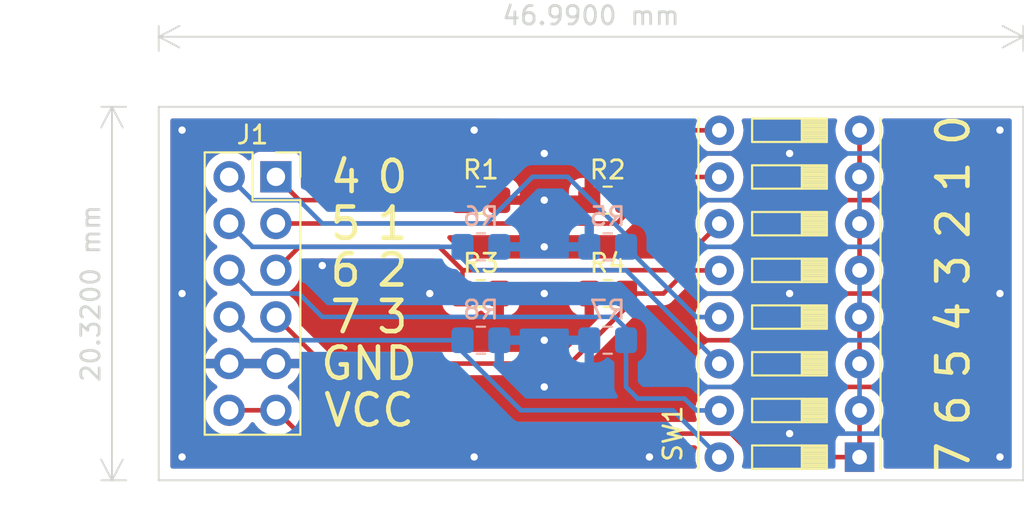
<source format=kicad_pcb>
(kicad_pcb (version 20211014) (generator pcbnew)
  (layers (0 "F.Cu" signal) (31 "B.Cu" signal) (34 "B.Paste" user) (35 "F.Paste" user) (36 "B.SilkS" user "B.Silkscreen") (37 "F.SilkS" user "F.Silkscreen") (38 "B.Mask" user) (39 "F.Mask" user) (44 "Edge.Cuts" user))
  (net 0 "")
  (net 1 "/s0")
  (net 2 "/s1")
  (net 3 "/s2")
  (net 4 "/s3")
  (net 5 "GND")
  (net 6 "VCC")
  (net 7 "/s4")
  (net 8 "/s5")
  (net 9 "/s6")
  (net 10 "/s7")
  (footprint "PrjLibrary:SW_DIP_SPSTx08_Slide_9.78x22.5mm_W7.62mm_P2.54mm_short" (layer "F.Cu") (at 139.69 101.61 180)
    (fp_text reference "SW1" (at 10.15 1.28 90) (layer "F.SilkS"))
    (fp_text value "SW_DIP_x08")
    (fp_line (start 1.78 7.825) (end 3.133333 7.825) (layer "F.SilkS") (width 0.12))
    (fp_line (start 5.84 12.065) (end 1.78 12.065) (layer "F.SilkS") (width 0.12))
    (fp_line (start 1.78 3.105) (end 3.133333 3.105) (layer "F.SilkS") (width 0.12))
    (fp_line (start 1.78 15.565) (end 3.133333 15.565) (layer "F.SilkS") (width 0.12))
    (fp_line (start 1.78 2.265) (end 3.133333 2.265) (layer "F.SilkS") (width 0.12))
    (fp_line (start 1.78 12.305) (end 3.133333 12.305) (layer "F.SilkS") (width 0.12))
    (fp_line (start 1.78 5.165) (end 3.133333 5.165) (layer "F.SilkS") (width 0.12))
    (fp_line (start 1.78 15.325) (end 3.133333 15.325) (layer "F.SilkS") (width 0.12))
    (fp_line (start 1.78 4.685) (end 3.133333 4.685) (layer "F.SilkS") (width 0.12))
    (fp_line (start 1.78 10.245) (end 3.133333 10.245) (layer "F.SilkS") (width 0.12))
    (fp_line (start 1.78 9.525) (end 1.78 10.795) (layer "F.SilkS") (width 0.12))
    (fp_line (start 1.78 2.985) (end 3.133333 2.985) (layer "F.SilkS") (width 0.12))
    (fp_line (start 1.78 18.345) (end 3.133333 18.345) (layer "F.SilkS") (width 0.12))
    (fp_line (start 1.78 0.445) (end 3.133333 0.445) (layer "F.SilkS") (width 0.12))
    (fp_line (start 1.78 14.965) (end 3.133333 14.965) (layer "F.SilkS") (width 0.12))
    (fp_line (start 1.78 13.265) (end 3.133333 13.265) (layer "F.SilkS") (width 0.12))
    (fp_line (start 1.78 15.875) (end 5.84 15.875) (layer "F.SilkS") (width 0.12))
    (fp_line (start 1.78 14.725) (end 3.133333 14.725) (layer "F.SilkS") (width 0.12))
    (fp_line (start 1.78 15.445) (end 3.133333 15.445) (layer "F.SilkS") (width 0.12))
    (fp_line (start 1.78 5.525) (end 3.133333 5.525) (layer "F.SilkS") (width 0.12))
    (fp_line (start 1.78 0.635) (end 5.84 0.635) (layer "F.SilkS") (width 0.12))
    (fp_line (start 1.78 0.325) (end 3.133333 0.325) (layer "F.SilkS") (width 0.12))
    (fp_line (start 1.78 4.805) (end 3.133333 4.805) (layer "F.SilkS") (width 0.12))
    (fp_line (start 1.78 2.745) (end 3.133333 2.745) (layer "F.SilkS") (width 0.12))
    (fp_line (start -1.14 -0.635) (end -1.14 18.415) (layer "F.SilkS") (width 0.12))
    (fp_line (start 1.78 2.625) (end 3.133333 2.625) (layer "F.SilkS") (width 0.12))
    (fp_line (start 1.78 8.255) (end 5.84 8.255) (layer "F.SilkS") (width 0.12))
    (fp_line (start 1.78 17.625) (end 3.133333 17.625) (layer "F.SilkS") (width 0.12))
    (fp_line (start 1.78 10.365) (end 3.133333 10.365) (layer "F.SilkS") (width 0.12))
    (fp_line (start 1.78 -0.155) (end 3.133333 -0.155) (layer "F.SilkS") (width 0.12))
    (fp_line (start 1.78 2.505) (end 3.133333 2.505) (layer "F.SilkS") (width 0.12))
    (fp_line (start 1.78 2.385) (end 3.133333 2.385) (layer "F.SilkS") (width 0.12))
    (fp_line (start 3.133333 -0.635) (end 3.133333 0.635) (layer "F.SilkS") (width 0.12))
    (fp_line (start 1.78 1.905) (end 1.78 3.175) (layer "F.SilkS") (width 0.12))
    (fp_line (start 3.133333 4.445) (end 3.133333 5.715) (layer "F.SilkS") (width 0.12))
    (fp_line (start 5.84 3.175) (end 5.84 1.905) (layer "F.SilkS") (width 0.12))
    (fp_line (start 1.78 17.145) (end 1.78 18.415) (layer "F.SilkS") (width 0.12))
    (fp_line (start 3.133333 1.905) (end 3.133333 3.175) (layer "F.SilkS") (width 0.12))
    (fp_line (start 1.78 15.685) (end 3.133333 15.685) (layer "F.SilkS") (width 0.12))
    (fp_line (start 1.78 9.765) (end 3.133333 9.765) (layer "F.SilkS") (width 0.12))
    (fp_line (start 1.78 17.265) (end 3.133333 17.265) (layer "F.SilkS") (width 0.12))
    (fp_line (start 1.78 7.345) (end 3.133333 7.345) (layer "F.SilkS") (width 0.12))
    (fp_line (start 1.78 17.985) (end 3.133333 17.985) (layer "F.SilkS") (width 0.12))
    (fp_line (start 1.78 17.745) (end 3.133333 17.745) (layer "F.SilkS") (width 0.12))
    (fp_line (start 1.78 7.945) (end 3.133333 7.945) (layer "F.SilkS") (width 0.12))
    (fp_line (start 1.78 10.795) (end 5.84 10.795) (layer "F.SilkS") (width 0.12))
    (fp_line (start 8.76 -0.635) (end 8.76 18.415) (layer "F.SilkS") (width 0.12))
    (fp_line (start 1.78 10.605) (end 3.133333 10.605) (layer "F.SilkS") (width 0.12))
    (fp_line (start 1.78 2.145) (end 3.133333 2.145) (layer "F.SilkS") (width 0.12))
    (fp_line (start 1.78 15.805) (end 3.133333 15.805) (layer "F.SilkS") (width 0.12))
    (fp_line (start 1.78 -0.515) (end 3.133333 -0.515) (layer "F.SilkS") (width 0.12))
    (fp_line (start 1.78 12.545) (end 3.133333 12.545) (layer "F.SilkS") (width 0.12))
    (fp_line (start 5.84 14.605) (end 1.78 14.605) (layer "F.SilkS") (width 0.12))
    (fp_line (start 1.78 5.045) (end 3.133333 5.045) (layer "F.SilkS") (width 0.12))
    (fp_line (start 5.84 9.525) (end 1.78 9.525) (layer "F.SilkS") (width 0.12))
    (fp_line (start 1.78 10.125) (end 3.133333 10.125) (layer "F.SilkS") (width 0.12))
    (fp_line (start 5.84 18.415) (end 5.84 17.145) (layer "F.SilkS") (width 0.12))
    (fp_line (start 1.78 13.145) (end 3.133333 13.145) (layer "F.SilkS") (width 0.12))
    (fp_line (start 1.78 17.505) (end 3.133333 17.505) (layer "F.SilkS") (width 0.12))
    (fp_line (start 1.78 4.565) (end 3.133333 4.565) (layer "F.SilkS") (width 0.12))
    (fp_line (start 1.78 10.485) (end 3.133333 10.485) (layer "F.SilkS") (width 0.12))
    (fp_line (start 5.84 13.335) (end 5.84 12.065) (layer "F.SilkS") (width 0.12))
    (fp_line (start 1.78 15.205) (end 3.133333 15.205) (layer "F.SilkS") (width 0.12))
    (fp_line (start 1.78 10.005) (end 3.133333 10.005) (layer "F.SilkS") (width 0.12))
    (fp_line (start 1.78 12.425) (end 3.133333 12.425) (layer "F.SilkS") (width 0.12))
    (fp_line (start 1.78 12.905) (end 3.133333 12.905) (layer "F.SilkS") (width 0.12))
    (fp_line (start 1.78 5.285) (end 3.133333 5.285) (layer "F.SilkS") (width 0.12))
    (fp_line (start 1.78 5.645) (end 3.133333 5.645) (layer "F.SilkS") (width 0.12))
    (fp_line (start 1.78 4.445) (end 1.78 5.715) (layer "F.SilkS") (width 0.12))
    (fp_line (start 1.78 -0.275) (end 3.133333 -0.275) (layer "F.SilkS") (width 0.12))
    (fp_line (start 1.78 14.845) (end 3.133333 14.845) (layer "F.SilkS") (width 0.12))
    (fp_line (start 1.78 9.885) (end 3.133333 9.885) (layer "F.SilkS") (width 0.12))
    (fp_line (start 1.78 3.175) (end 5.84 3.175) (layer "F.SilkS") (width 0.12))
    (fp_line (start 1.78 4.925) (end 3.133333 4.925) (layer "F.SilkS") (width 0.12))
    (fp_line (start 1.78 2.025) (end 3.133333 2.025) (layer "F.SilkS") (width 0.12))
    (fp_line (start 1.78 7.465) (end 3.133333 7.465) (layer "F.SilkS") (width 0.12))
    (fp_line (start 3.133333 17.145) (end 3.133333 18.415) (layer "F.SilkS") (width 0.12))
    (fp_line (start 1.78 0.205) (end 3.133333 0.205) (layer "F.SilkS") (width 0.12))
    (fp_line (start 3.133333 9.525) (end 3.133333 10.795) (layer "F.SilkS") (width 0.12))
    (fp_line (start 5.84 0.635) (end 5.84 -0.635) (layer "F.SilkS") (width 0.12))
    (fp_line (start 1.78 6.985) (end 1.78 8.255) (layer "F.SilkS") (width 0.12))
    (fp_line (start 5.84 4.445) (end 1.78 4.445) (layer "F.SilkS") (width 0.12))
    (fp_line (start 1.78 10.725) (end 3.133333 10.725) (layer "F.SilkS") (width 0.12))
    (fp_line (start 1.78 13.025) (end 3.133333 13.025) (layer "F.SilkS") (width 0.12))
    (fp_line (start 1.78 5.405) (end 3.133333 5.405) (layer "F.SilkS") (width 0.12))
    (fp_line (start 1.78 8.185) (end 3.133333 8.185) (layer "F.SilkS") (width 0.12))
    (fp_line (start 1.78 17.385) (end 3.133333 17.385) (layer "F.SilkS") (width 0.12))
    (fp_line (start 1.78 -0.035) (end 3.133333 -0.035) (layer "F.SilkS") (width 0.12))
    (fp_line (start 3.133333 12.065) (end 3.133333 13.335) (layer "F.SilkS") (width 0.12))
    (fp_line (start 1.78 -0.395) (end 3.133333 -0.395) (layer "F.SilkS") (width 0.12))
    (fp_line (start 1.78 18.415) (end 5.84 18.415) (layer "F.SilkS") (width 0.12))
    (fp_line (start 1.78 9.645) (end 3.133333 9.645) (layer "F.SilkS") (width 0.12))
    (fp_line (start 1.78 15.085) (end 3.133333 15.085) (layer "F.SilkS") (width 0.12))
    (fp_line (start 1.78 12.065) (end 1.78 13.335) (layer "F.SilkS") (width 0.12))
    (fp_line (start 1.78 12.665) (end 3.133333 12.665) (layer "F.SilkS") (width 0.12))
    (fp_line (start 3.133333 14.605) (end 3.133333 15.875) (layer "F.SilkS") (width 0.12))
    (fp_line (start 1.78 13.335) (end 5.84 13.335) (layer "F.SilkS") (width 0.12))
    (fp_line (start 1.78 7.225) (end 3.133333 7.225) (layer "F.SilkS") (width 0.12))
    (fp_line (start 1.78 2.865) (end 3.133333 2.865) (layer "F.SilkS") (width 0.12))
    (fp_line (start 5.84 5.715) (end 5.84 4.445) (layer "F.SilkS") (width 0.12))
    (fp_line (start 1.78 0.085) (end 3.133333 0.085) (layer "F.SilkS") (width 0.12))
    (fp_line (start 5.84 15.875) (end 5.84 14.605) (layer "F.SilkS") (width 0.12))
    (fp_line (start 1.78 8.065) (end 3.133333 8.065) (layer "F.SilkS") (width 0.12))
    (fp_line (start 5.84 10.795) (end 5.84 9.525) (layer "F.SilkS") (width 0.12))
    (fp_line (start 5.84 17.145) (end 1.78 17.145) (layer "F.SilkS") (width 0.12))
    (fp_line (start 1.78 7.705) (end 3.133333 7.705) (layer "F.SilkS") (width 0.12))
    (fp_line (start 1.78 5.715) (end 5.84 5.715) (layer "F.SilkS") (width 0.12))
    (fp_line (start 1.78 17.865) (end 3.133333 17.865) (layer "F.SilkS") (width 0.12))
    (fp_line (start 3.133333 6.985) (end 3.133333 8.255) (layer "F.SilkS") (width 0.12))
    (fp_line (start 1.78 14.605) (end 1.78 15.875) (layer "F.SilkS") (width 0.12))
    (fp_line (start 1.78 -0.635) (end 1.78 0.635) (layer "F.SilkS") (width 0.12))
    (fp_line (start 1.78 0.565) (end 3.133333 0.565) (layer "F.SilkS") (width 0.12))
    (fp_line (start 5.84 -0.635) (end 1.78 -0.635) (layer "F.SilkS") (width 0.12))
    (fp_line (start 1.78 18.225) (end 3.133333 18.225) (layer "F.SilkS") (width 0.12))
    (fp_line (start 1.78 12.185) (end 3.133333 12.185) (layer "F.SilkS") (width 0.12))
    (fp_line (start 1.78 12.785) (end 3.133333 12.785) (layer "F.SilkS") (width 0.12))
    (fp_line (start 5.84 6.985) (end 1.78 6.985) (layer "F.SilkS") (width 0.12))
    (fp_line (start 1.78 7.105) (end 3.133333 7.105) (layer "F.SilkS") (width 0.12))
    (fp_line (start 1.78 18.105) (end 3.133333 18.105) (layer "F.SilkS") (width 0.12))
    (fp_line (start 1.78 7.585) (end 3.133333 7.585) (layer "F.SilkS") (width 0.12))
    (fp_line (start 5.84 8.255) (end 5.84 6.985) (layer "F.SilkS") (width 0.12))
    (fp_line (start 5.84 1.905) (end 1.78 1.905) (layer "F.SilkS") (width 0.12))
    (pad "1" thru_hole rect (at 0 0 180) (size 1.6 1.6) (drill 0.8) (layers *.Cu *.Mask) (net 6 "VCC"))
    (pad "2" thru_hole oval (at 0 2.54 180) (size 1.6 1.6) (drill 0.8) (layers *.Cu *.Mask) (net 6 "VCC"))
    (pad "3" thru_hole oval (at 0 5.08 180) (size 1.6 1.6) (drill 0.8) (layers *.Cu *.Mask) (net 6 "VCC"))
    (pad "4" thru_hole oval (at 0 7.62 180) (size 1.6 1.6) (drill 0.8) (layers *.Cu *.Mask) (net 6 "VCC"))
    (pad "5" thru_hole oval (at 0 10.16 180) (size 1.6 1.6) (drill 0.8) (layers *.Cu *.Mask) (net 6 "VCC"))
    (pad "6" thru_hole oval (at 0 12.7 180) (size 1.6 1.6) (drill 0.8) (layers *.Cu *.Mask) (net 6 "VCC"))
    (pad "7" thru_hole oval (at 0 15.24 180) (size 1.6 1.6) (drill 0.8) (layers *.Cu *.Mask) (net 6 "VCC"))
    (pad "8" thru_hole oval (at 0 17.78 180) (size 1.6 1.6) (drill 0.8) (layers *.Cu *.Mask) (net 6 "VCC"))
    (pad "9" thru_hole oval (at 7.62 17.78 180) (size 1.6 1.6) (drill 0.8) (layers *.Cu *.Mask) (net 1 "/s0"))
    (pad "10" thru_hole oval (at 7.62 15.24 180) (size 1.6 1.6) (drill 0.8) (layers *.Cu *.Mask) (net 2 "/s1"))
    (pad "11" thru_hole oval (at 7.62 12.7 180) (size 1.6 1.6) (drill 0.8) (layers *.Cu *.Mask) (net 3 "/s2"))
    (pad "12" thru_hole oval (at 7.62 10.16 180) (size 1.6 1.6) (drill 0.8) (layers *.Cu *.Mask) (net 4 "/s3"))
    (pad "13" thru_hole oval (at 7.62 7.62 180) (size 1.6 1.6) (drill 0.8) (layers *.Cu *.Mask) (net 7 "/s4"))
    (pad "14" thru_hole oval (at 7.62 5.08 180) (size 1.6 1.6) (drill 0.8) (layers *.Cu *.Mask) (net 8 "/s5"))
    (pad "15" thru_hole oval (at 7.62 2.54 180) (size 1.6 1.6) (drill 0.8) (layers *.Cu *.Mask) (net 9 "/s6"))
    (pad "16" thru_hole oval (at 7.62 0 180) (size 1.6 1.6) (drill 0.8) (layers *.Cu *.Mask) (net 10 "/s7"))
  )
  (footprint "Resistor_SMD:R_0805_2012Metric_Pad1.20x1.40mm_HandSolder" (layer "F.Cu") (at 119.11 92.71)
    (fp_text reference "R3" (at 0 -1.65) (layer "F.SilkS"))
    (fp_text value "10k")
    (fp_line (start -0.227064 -0.735) (end 0.227064 -0.735) (layer "F.SilkS") (width 0.12))
    (fp_line (start -0.227064 0.735) (end 0.227064 0.735) (layer "F.SilkS") (width 0.12))
    (pad "1" smd roundrect (at -1 0) (size 1.2 1.4) (layers "F.Cu" "F.Paste" "F.Mask") (roundrect_rratio 0.208333) (net 3 "/s2"))
    (pad "2" smd roundrect (at 1 0) (size 1.2 1.4) (layers "F.Cu" "F.Paste" "F.Mask") (roundrect_rratio 0.208333) (net 5 "GND"))
  )
  (footprint "Resistor_SMD:R_0805_2012Metric_Pad1.20x1.40mm_HandSolder" (layer "F.Cu") (at 119.11 87.63)
    (fp_text reference "R1" (at 0 -1.65) (layer "F.SilkS"))
    (fp_text value "10k")
    (fp_line (start -0.227064 0.735) (end 0.227064 0.735) (layer "F.SilkS") (width 0.12))
    (fp_line (start -0.227064 -0.735) (end 0.227064 -0.735) (layer "F.SilkS") (width 0.12))
    (pad "1" smd roundrect (at -1 0) (size 1.2 1.4) (layers "F.Cu" "F.Paste" "F.Mask") (roundrect_rratio 0.208333) (net 1 "/s0"))
    (pad "2" smd roundrect (at 1 0) (size 1.2 1.4) (layers "F.Cu" "F.Paste" "F.Mask") (roundrect_rratio 0.208333) (net 5 "GND"))
  )
  (footprint "PrjLibrary:PinSocket_2x06_P2.54mm_Vertical_Top_Bottom" (layer "F.Cu") (at 107.97 86.36)
    (fp_text reference "J1" (at -1.27 -2.286) (layer "F.SilkS"))
    (fp_text value "Conn_02x06_Top_Bottom")
    (fp_line (start -1.27 -1.33) (end -1.27 1.27) (layer "F.SilkS") (width 0.12))
    (fp_line (start 1.33 1.27) (end 1.33 14.03) (layer "F.SilkS") (width 0.12))
    (fp_line (start -3.87 -1.33) (end -3.87 14.03) (layer "F.SilkS") (width 0.12))
    (fp_line (start 0 -1.33) (end 1.33 -1.33) (layer "F.SilkS") (width 0.12))
    (fp_line (start 1.33 -1.33) (end 1.33 0) (layer "F.SilkS") (width 0.12))
    (fp_line (start -3.87 -1.33) (end -1.27 -1.33) (layer "F.SilkS") (width 0.12))
    (fp_line (start -1.27 1.27) (end 1.33 1.27) (layer "F.SilkS") (width 0.12))
    (fp_line (start -3.87 14.03) (end 1.33 14.03) (layer "F.SilkS") (width 0.12))
    (pad "1" thru_hole rect (at 0 0) (size 1.7 1.7) (drill 1) (layers *.Cu *.Mask) (net 1 "/s0"))
    (pad "2" thru_hole oval (at 0 2.54) (size 1.7 1.7) (drill 1) (layers *.Cu *.Mask) (net 2 "/s1"))
    (pad "3" thru_hole oval (at 0 5.08) (size 1.7 1.7) (drill 1) (layers *.Cu *.Mask) (net 3 "/s2"))
    (pad "4" thru_hole oval (at 0 7.62) (size 1.7 1.7) (drill 1) (layers *.Cu *.Mask) (net 4 "/s3"))
    (pad "5" thru_hole oval (at 0 10.16) (size 1.7 1.7) (drill 1) (layers *.Cu *.Mask) (net 5 "GND"))
    (pad "6" thru_hole oval (at 0 12.7) (size 1.7 1.7) (drill 1) (layers *.Cu *.Mask) (net 6 "VCC"))
    (pad "7" thru_hole oval (at -2.54 0) (size 1.7 1.7) (drill 1) (layers *.Cu *.Mask) (net 7 "/s4"))
    (pad "8" thru_hole oval (at -2.54 2.54) (size 1.7 1.7) (drill 1) (layers *.Cu *.Mask) (net 8 "/s5"))
    (pad "9" thru_hole oval (at -2.54 5.08) (size 1.7 1.7) (drill 1) (layers *.Cu *.Mask) (net 9 "/s6"))
    (pad "10" thru_hole oval (at -2.54 7.62) (size 1.7 1.7) (drill 1) (layers *.Cu *.Mask) (net 10 "/s7"))
    (pad "11" thru_hole oval (at -2.54 10.16) (size 1.7 1.7) (drill 1) (layers *.Cu *.Mask) (net 5 "GND"))
    (pad "12" thru_hole oval (at -2.54 12.7) (size 1.7 1.7) (drill 1) (layers *.Cu *.Mask) (net 6 "VCC"))
  )
  (footprint "Resistor_SMD:R_0805_2012Metric_Pad1.20x1.40mm_HandSolder" (layer "F.Cu") (at 126 92.71 180)
    (fp_text reference "R4" (at 0 1.65) (layer "F.SilkS"))
    (fp_text value "10k")
    (fp_line (start -0.227064 0.735) (end 0.227064 0.735) (layer "F.SilkS") (width 0.12))
    (fp_line (start -0.227064 -0.735) (end 0.227064 -0.735) (layer "F.SilkS") (width 0.12))
    (pad "1" smd roundrect (at -1 0 180) (size 1.2 1.4) (layers "F.Cu" "F.Paste" "F.Mask") (roundrect_rratio 0.208333) (net 4 "/s3"))
    (pad "2" smd roundrect (at 1 0 180) (size 1.2 1.4) (layers "F.Cu" "F.Paste" "F.Mask") (roundrect_rratio 0.208333) (net 5 "GND"))
  )
  (footprint "Resistor_SMD:R_0805_2012Metric_Pad1.20x1.40mm_HandSolder" (layer "F.Cu") (at 126 87.63 180)
    (fp_text reference "R2" (at 0 1.65) (layer "F.SilkS"))
    (fp_text value "10k")
    (fp_line (start -0.227064 0.735) (end 0.227064 0.735) (layer "F.SilkS") (width 0.12))
    (fp_line (start -0.227064 -0.735) (end 0.227064 -0.735) (layer "F.SilkS") (width 0.12))
    (pad "1" smd roundrect (at -1 0 180) (size 1.2 1.4) (layers "F.Cu" "F.Paste" "F.Mask") (roundrect_rratio 0.208333) (net 2 "/s1"))
    (pad "2" smd roundrect (at 1 0 180) (size 1.2 1.4) (layers "F.Cu" "F.Paste" "F.Mask") (roundrect_rratio 0.208333) (net 5 "GND"))
  )
  (footprint "Resistor_SMD:R_0805_2012Metric_Pad1.20x1.40mm_HandSolder" (layer "B.Cu") (at 119.11 90.17)
    (fp_text reference "R6" (at 0 -1.65) (layer "B.SilkS") (effects (justify mirror)))
    (fp_text value "10k")
    (fp_line (start -0.227064 0.735) (end 0.227064 0.735) (layer "B.SilkS") (width 0.12))
    (fp_line (start -0.227064 -0.735) (end 0.227064 -0.735) (layer "B.SilkS") (width 0.12))
    (pad "1" smd roundrect (at -1 0) (size 1.2 1.4) (layers "B.Cu" "B.Paste" "B.Mask") (roundrect_rratio 0.208333) (net 8 "/s5"))
    (pad "2" smd roundrect (at 1 0) (size 1.2 1.4) (layers "B.Cu" "B.Paste" "B.Mask") (roundrect_rratio 0.208333) (net 5 "GND"))
  )
  (footprint "Resistor_SMD:R_0805_2012Metric_Pad1.20x1.40mm_HandSolder" (layer "B.Cu") (at 126 95.25 180)
    (fp_text reference "R7" (at 0 1.65) (layer "B.SilkS") (effects (justify mirror)))
    (fp_text value "10k")
    (fp_line (start -0.227064 -0.735) (end 0.227064 -0.735) (layer "B.SilkS") (width 0.12))
    (fp_line (start -0.227064 0.735) (end 0.227064 0.735) (layer "B.SilkS") (width 0.12))
    (pad "1" smd roundrect (at -1 0 180) (size 1.2 1.4) (layers "B.Cu" "B.Paste" "B.Mask") (roundrect_rratio 0.208333) (net 9 "/s6"))
    (pad "2" smd roundrect (at 1 0 180) (size 1.2 1.4) (layers "B.Cu" "B.Paste" "B.Mask") (roundrect_rratio 0.208333) (net 5 "GND"))
  )
  (footprint "Resistor_SMD:R_0805_2012Metric_Pad1.20x1.40mm_HandSolder" (layer "B.Cu") (at 119.11 95.25)
    (fp_text reference "R8" (at 0 -1.65) (layer "B.SilkS") (effects (justify mirror)))
    (fp_text value "10k")
    (fp_line (start -0.227064 -0.735) (end 0.227064 -0.735) (layer "B.SilkS") (width 0.12))
    (fp_line (start -0.227064 0.735) (end 0.227064 0.735) (layer "B.SilkS") (width 0.12))
    (pad "1" smd roundrect (at -1 0) (size 1.2 1.4) (layers "B.Cu" "B.Paste" "B.Mask") (roundrect_rratio 0.208333) (net 10 "/s7"))
    (pad "2" smd roundrect (at 1 0) (size 1.2 1.4) (layers "B.Cu" "B.Paste" "B.Mask") (roundrect_rratio 0.208333) (net 5 "GND"))
  )
  (footprint "Resistor_SMD:R_0805_2012Metric_Pad1.20x1.40mm_HandSolder" (layer "B.Cu") (at 126 90.17 180)
    (fp_text reference "R5" (at 0 1.65) (layer "B.SilkS") (effects (justify mirror)))
    (fp_text value "10k")
    (fp_line (start -0.227064 0.735) (end 0.227064 0.735) (layer "B.SilkS") (width 0.12))
    (fp_line (start -0.227064 -0.735) (end 0.227064 -0.735) (layer "B.SilkS") (width 0.12))
    (pad "1" smd roundrect (at -1 0 180) (size 1.2 1.4) (layers "B.Cu" "B.Paste" "B.Mask") (roundrect_rratio 0.208333) (net 7 "/s4"))
    (pad "2" smd roundrect (at 1 0 180) (size 1.2 1.4) (layers "B.Cu" "B.Paste" "B.Mask") (roundrect_rratio 0.208333) (net 5 "GND"))
  )
  (gr_line (start 148.59 102.87) (end 101.6 102.87) (layer "Edge.Cuts") (width 0.1))
  (gr_line (start 148.59 82.55) (end 148.59 102.87) (layer "Edge.Cuts") (width 0.1))
  (gr_line (start 101.6 82.55) (end 148.59 82.55) (layer "Edge.Cuts") (width 0.1))
  (gr_line (start 101.6 82.55) (end 101.6 102.87) (layer "Edge.Cuts") (width 0.1))
  (gr_text "2" (at 144.78 88.9 90) (layer "F.SilkS") (effects (font (size 1.7 1.7) (thickness 0.25))))
  (gr_text "3" (at 144.78 91.44 90) (layer "F.SilkS") (effects (font (size 1.7 1.7) (thickness 0.25))))
  (gr_text "3" (at 114.3 93.98) (layer "F.SilkS") (effects (font (size 1.7 1.7) (thickness 0.25))))
  (gr_text "GND" (at 113.03 96.52) (layer "F.SilkS") (effects (font (size 1.7 1.7) (thickness 0.25))))
  (gr_text "1" (at 114.3 88.9) (layer "F.SilkS") (effects (font (size 1.7 1.7) (thickness 0.25))))
  (gr_text "6" (at 144.78 99.06 90) (layer "F.SilkS") (effects (font (size 1.7 1.7) (thickness 0.25))))
  (gr_text "1" (at 144.78 86.36 90) (layer "F.SilkS") (effects (font (size 1.7 1.7) (thickness 0.25))))
  (gr_text "4" (at 111.76 86.36) (layer "F.SilkS") (effects (font (size 1.7 1.7) (thickness 0.25))))
  (gr_text "7" (at 144.78 101.6 90) (layer "F.SilkS") (effects (font (size 1.7 1.7) (thickness 0.25))))
  (gr_text "0" (at 114.3 86.36) (layer "F.SilkS") (effects (font (size 1.7 1.7) (thickness 0.25))))
  (gr_text "VCC" (at 113.03 99.06) (layer "F.SilkS") (effects (font (size 1.7 1.7) (thickness 0.25))))
  (gr_text "4" (at 144.78 93.98 90) (layer "F.SilkS") (effects (font (size 1.7 1.7) (thickness 0.25))))
  (gr_text "5" (at 144.78 96.52 90) (layer "F.SilkS") (effects (font (size 1.7 1.7) (thickness 0.25))))
  (gr_text "2" (at 114.3 91.44) (layer "F.SilkS") (effects (font (size 1.7 1.7) (thickness 0.25))))
  (gr_text "6" (at 111.76 91.44) (layer "F.SilkS") (effects (font (size 1.7 1.7) (thickness 0.25))))
  (gr_text "5" (at 111.76 88.9) (layer "F.SilkS") (effects (font (size 1.7 1.7) (thickness 0.25))))
  (gr_text "7" (at 111.76 93.98) (layer "F.SilkS") (effects (font (size 1.7 1.7) (thickness 0.25))))
  (gr_text "0" (at 144.78 83.82 90) (layer "F.SilkS") (effects (font (size 1.7 1.7) (thickness 0.25))))
  (dimension (type aligned) (layer "Edge.Cuts") (pts (xy 101.6 80.01) (xy 148.59 80.01)) (height -1.27) (gr_text "46.9900 mm" (at 125.095 77.59) (layer "Edge.Cuts") (effects (font (size 1 1) (thickness 0.15)))) (format (units 3) (units_format 1) (precision 4)) (style (thickness 0.1) (arrow_length 1.27) (text_position_mode 0) (extension_height 0.58642) (extension_offset 0.5) keep_text_aligned))
  (dimension (type aligned) (layer "Edge.Cuts") (pts (xy 100.33 82.55) (xy 100.33 102.87)) (height 1.27) (gr_text "20.3200 mm" (at 97.91 92.71 90) (layer "Edge.Cuts") (effects (font (size 1 1) (thickness 0.15)))) (format (units 3) (units_format 1) (precision 4)) (style (thickness 0.1) (arrow_length 1.27) (text_position_mode 0) (extension_height 0.58642) (extension_offset 0.5) keep_text_aligned))
  (segment (start 118.11 86.36) (end 120.64 83.83) (width 0.25) (layer "F.Cu") (net 1))
  (segment (start 107.97 86.36) (end 109.24 87.63) (width 0.25) (layer "F.Cu") (net 1))
  (segment (start 120.64 83.83) (end 132.07 83.83) (width 0.25) (layer "F.Cu") (net 1))
  (segment (start 109.24 87.63) (end 118.11 87.63) (width 0.25) (layer "F.Cu") (net 1))
  (segment (start 118.11 86.36) (end 118.11 87.63) (width 0.25) (layer "F.Cu") (net 1))
  (segment (start 127 87.63) (end 127 88.392) (width 0.25) (layer "F.Cu") (net 2))
  (segment (start 126.492 88.9) (end 107.97 88.9) (width 0.25) (layer "F.Cu") (net 2))
  (segment (start 127 88.392) (end 126.492 88.9) (width 0.25) (layer "F.Cu") (net 2))
  (segment (start 132.07 86.37) (end 128.26 86.37) (width 0.25) (layer "F.Cu") (net 2))
  (segment (start 128.26 86.37) (end 127 87.63) (width 0.25) (layer "F.Cu") (net 2))
  (segment (start 132.07 88.91) (end 129.54 91.44) (width 0.25) (layer "F.Cu") (net 3))
  (segment (start 129.54 91.44) (end 118.11 91.44) (width 0.25) (layer "F.Cu") (net 3))
  (segment (start 109.24 90.17) (end 116.84 90.17) (width 0.25) (layer "F.Cu") (net 3))
  (segment (start 118.11 91.44) (end 118.11 92.71) (width 0.25) (layer "F.Cu") (net 3))
  (segment (start 116.84 90.17) (end 118.11 91.44) (width 0.25) (layer "F.Cu") (net 3))
  (segment (start 107.97 91.44) (end 109.24 90.17) (width 0.25) (layer "F.Cu") (net 3))
  (segment (start 123.952 96.52) (end 110.51 96.52) (width 0.25) (layer "F.Cu") (net 4))
  (segment (start 130.292 91.45) (end 129.032 92.71) (width 0.25) (layer "F.Cu") (net 4))
  (segment (start 132.07 91.45) (end 130.292 91.45) (width 0.25) (layer "F.Cu") (net 4))
  (segment (start 110.51 96.52) (end 107.97 93.98) (width 0.25) (layer "F.Cu") (net 4))
  (segment (start 127 93.472) (end 123.952 96.52) (width 0.25) (layer "F.Cu") (net 4))
  (segment (start 129.032 92.71) (end 127 92.71) (width 0.25) (layer "F.Cu") (net 4))
  (segment (start 127 92.71) (end 127 93.472) (width 0.25) (layer "F.Cu") (net 4))
  (segment (start 134.366 87.63) (end 129.794 87.63) (width 0.25) (layer "F.Cu") (net 5))
  (segment (start 137.795 97.79) (end 142.24 97.79) (width 0.25) (layer "F.Cu") (net 5))
  (segment (start 133.985 95.25) (end 136.525 97.79) (width 0.25) (layer "F.Cu") (net 5))
  (segment (start 135.763 86.233) (end 137.16 87.63) (width 0.25) (layer "F.Cu") (net 5))
  (segment (start 134.62 85.09) (end 135.763 86.233) (width 0.25) (layer "F.Cu") (net 5))
  (segment (start 130.81 95.25) (end 133.985 95.25) (width 0.25) (layer "F.Cu") (net 5))
  (segment (start 136.525 97.79) (end 137.795 97.79) (width 0.25) (layer "F.Cu") (net 5))
  (segment (start 128.905 97.79) (end 130.175 96.52) (width 0.25) (layer "F.Cu") (net 5))
  (segment (start 135.763 86.233) (end 134.366 87.63) (width 0.25) (layer "F.Cu") (net 5))
  (segment (start 137.795 97.79) (end 137.795 92.71) (width 0.25) (layer "F.Cu") (net 5))
  (segment (start 129.54 85.09) (end 134.62 85.09) (width 0.25) (layer "F.Cu") (net 5))
  (segment (start 130.175 95.885) (end 130.81 95.25) (width 0.25) (layer "F.Cu") (net 5))
  (segment (start 128.905 97.79) (end 133.985 97.79) (width 0.25) (layer "F.Cu") (net 5))
  (segment (start 122.555 97.79) (end 128.905 97.79) (width 0.25) (layer "F.Cu") (net 5))
  (segment (start 130.175 96.52) (end 130.175 95.885) (width 0.25) (layer "F.Cu") (net 5))
  (segment (start 137.16 87.63) (end 142.24 87.63) (width 0.25) (layer "F.Cu") (net 5))
  (segment (start 135.89 92.71) (end 130.81 92.71) (width 0.25) (layer "F.Cu") (net 5))
  (segment (start 137.795 92.71) (end 142.24 92.71) (width 0.25) (layer "F.Cu") (net 5))
  (segment (start 130.81 92.71) (end 129.794 93.726) (width 0.25) (layer "F.Cu") (net 5))
  (via (at 102.87 83.82) (size 0.8) (drill 0.4) (layers "F.Cu" "B.Cu") (net 5))
  (via (at 116.332 92.71) (size 0.8) (drill 0.4) (layers "F.Cu" "B.Cu") (net 5))
  (via (at 122.555 95.25) (size 0.8) (drill 0.4) (layers "F.Cu" "B.Cu") (net 5))
  (via (at 147.32 92.71) (size 0.8) (drill 0.4) (layers "F.Cu" "B.Cu") (net 5))
  (via (at 122.555 97.79) (size 0.8) (drill 0.4) (layers "F.Cu" "B.Cu") (net 5))
  (via (at 122.555 87.63) (size 0.8) (drill 0.4) (layers "F.Cu" "B.Cu") (net 5))
  (via (at 102.87 101.6) (size 0.8) (drill 0.4) (layers "F.Cu" "B.Cu") (net 5))
  (via (at 102.87 92.71) (size 0.8) (drill 0.4) (layers "F.Cu" "B.Cu") (net 5))
  (via (at 122.555 92.71) (size 0.8) (drill 0.4) (layers "F.Cu" "B.Cu") (net 5))
  (via (at 122.555 85.09) (size 0.8) (drill 0.4) (layers "F.Cu" "B.Cu") (net 5))
  (via (at 118.745 101.6) (size 0.8) (drill 0.4) (layers "F.Cu" "B.Cu") (net 5))
  (via (at 110.49 91.186) (size 0.8) (drill 0.4) (layers "F.Cu" "B.Cu") (net 5))
  (via (at 147.32 101.6) (size 0.8) (drill 0.4) (layers "F.Cu" "B.Cu") (net 5))
  (via (at 122.555 90.17) (size 0.8) (drill 0.4) (layers "F.Cu" "B.Cu") (net 5))
  (via (at 118.745 83.82) (size 0.8) (drill 0.4) (layers "F.Cu" "B.Cu") (net 5))
  (via (at 135.89 85.09) (size 0.8) (drill 0.4) (layers "F.Cu" "B.Cu") (net 5))
  (via (at 135.89 100.33) (size 0.8) (drill 0.4) (layers "F.Cu" "B.Cu") (net 5))
  (via (at 147.32 83.82) (size 0.8) (drill 0.4) (layers "F.Cu" "B.Cu") (net 5))
  (via (at 128.27 101.6) (size 0.8) (drill 0.4) (layers "F.Cu" "B.Cu") (net 5))
  (via (at 135.89 92.71) (size 0.8) (drill 0.4) (layers "F.Cu" "B.Cu") (net 5))
  (segment (start 131.064 97.79) (end 129.794 96.52) (width 0.25) (layer "B.Cu") (net 5))
  (segment (start 129.54 85.09) (end 134.112 85.09) (width 0.25) (layer "B.Cu") (net 5))
  (segment (start 129.54 87.63) (end 134.62 87.63) (width 0.25) (layer "B.Cu") (net 5))
  (segment (start 134.747 87.503) (end 137.16 89.916) (width 0.25) (layer "B.Cu") (net 5))
  (segment (start 135.89 92.71) (end 131.064 92.71) (width 0.25) (layer "B.Cu") (net 5))
  (segment (start 135.89 92.71) (end 135.89 96.774) (width 0.25) (layer "B.Cu") (net 5))
  (segment (start 134.62 87.63) (end 134.747 87.503) (width 0.25) (layer "B.Cu") (net 5))
  (segment (start 137.16 92.71) (end 137.16 95.25) (width 0.25) (layer "B.Cu") (net 5))
  (segment (start 137.16 90.17) (end 142.24 90.17) (width 0.25) (layer "B.Cu") (net 5))
  (segment (start 134.874 97.79) (end 131.064 97.79) (width 0.25) (layer "B.Cu") (net 5))
  (segment (start 134.747 87.503) (end 137.16 85.09) (width 0.25) (layer "B.Cu") (net 5))
  (segment (start 135.89 96.774) (end 134.874 97.79) (width 0.25) (layer "B.Cu") (net 5))
  (segment (start 130.175 90.17) (end 137.16 90.17) (width 0.25) (layer "B.Cu") (net 5))
  (segment (start 137.16 100.33) (end 142.24 100.33) (width 0.25) (layer "B.Cu") (net 5))
  (segment (start 137.16 90.17) (end 137.16 92.71) (width 0.25) (layer "B.Cu") (net 5))
  (segment (start 137.16 95.25) (end 137.16 100.33) (width 0.25) (layer "B.Cu") (net 5))
  (segment (start 135.89 92.71) (end 137.16 92.71) (width 0.25) (layer "B.Cu") (net 5))
  (segment (start 137.16 89.916) (end 137.16 90.17) (width 0.25) (layer "B.Cu") (net 5))
  (segment (start 137.16 95.25) (end 142.24 95.25) (width 0.25) (layer "B.Cu") (net 5))
  (segment (start 137.16 85.09) (end 142.24 85.09) (width 0.25) (layer "B.Cu") (net 5))
  (segment (start 131.064 92.71) (end 130.048 91.694) (width 0.25) (layer "B.Cu") (net 5))
  (segment (start 139.69 86.37) (end 139.69 83.83) (width 0.25) (layer "F.Cu") (net 6))
  (segment (start 139.69 101.61) (end 133.995 101.61) (width 0.25) (layer "F.Cu") (net 6))
  (segment (start 139.69 96.53) (end 139.69 93.99) (width 0.25) (layer "F.Cu") (net 6))
  (segment (start 105.43 99.06) (end 107.97 99.06) (width 0.25) (layer "F.Cu") (net 6))
  (segment (start 109.22 100.31) (end 109.22 100.33) (width 0.25) (layer "F.Cu") (net 6))
  (segment (start 107.97 99.06) (end 109.22 100.31) (width 0.25) (layer "F.Cu") (net 6))
  (segment (start 139.69 91.45) (end 139.69 88.91) (width 0.25) (layer "F.Cu") (net 6))
  (segment (start 109.22 100.33) (end 132.715 100.33) (width 0.25) (layer "F.Cu") (net 6))
  (segment (start 139.69 99.07) (end 139.69 101.61) (width 0.25) (layer "F.Cu") (net 6))
  (segment (start 133.995 101.61) (end 132.715 100.33) (width 0.25) (layer "F.Cu") (net 6))
  (segment (start 139.69 88.91) (end 139.69 86.37) (width 0.25) (layer "B.Cu") (net 6))
  (segment (start 139.69 93.99) (end 139.69 91.45) (width 0.25) (layer "B.Cu") (net 6))
  (segment (start 139.69 99.07) (end 139.69 96.53) (width 0.25) (layer "B.Cu") (net 6))
  (segment (start 123.825 86.36) (end 121.92 86.36) (width 0.25) (layer "B.Cu") (net 7))
  (segment (start 127 90.17) (end 130.82 93.99) (width 0.25) (layer "B.Cu") (net 7))
  (segment (start 109.22 87.63) (end 110.49 88.9) (width 0.25) (layer "B.Cu") (net 7))
  (segment (start 106.68 87.61) (end 105.43 86.36) (width 0.25) (layer "B.Cu") (net 7))
  (segment (start 109.22 87.63) (end 106.68 87.63) (width 0.25) (layer "B.Cu") (net 7))
  (segment (start 119.38 88.9) (end 121.92 86.36) (width 0.25) (layer "B.Cu") (net 7))
  (segment (start 127 89.535) (end 123.825 86.36) (width 0.25) (layer "B.Cu") (net 7))
  (segment (start 106.68 87.63) (end 106.68 87.61) (width 0.25) (layer "B.Cu") (net 7))
  (segment (start 130.82 93.99) (end 132.07 93.99) (width 0.25) (layer "B.Cu") (net 7))
  (segment (start 127 90.17) (end 127 89.535) (width 0.25) (layer "B.Cu") (net 7))
  (segment (start 110.49 88.9) (end 119.38 88.9) (width 0.25) (layer "B.Cu") (net 7))
  (segment (start 118.11 90.805) (end 118.745 91.44) (width 0.25) (layer "B.Cu") (net 8))
  (segment (start 118.11 90.17) (end 118.11 90.805) (width 0.25) (layer "B.Cu") (net 8))
  (segment (start 105.43 88.9) (end 106.68 90.15) (width 0.25) (layer "B.Cu") (net 8))
  (segment (start 128.27 92.71) (end 128.27 92.73) (width 0.25) (layer "B.Cu") (net 8))
  (segment (start 118.745 91.44) (end 127 91.44) (width 0.25) (layer "B.Cu") (net 8))
  (segment (start 106.68 90.17) (end 109.22 90.17) (width 0.25) (layer "B.Cu") (net 8))
  (segment (start 109.22 90.17) (end 118.11 90.17) (width 0.25) (layer "B.Cu") (net 8))
  (segment (start 128.27 92.71) (end 127 91.44) (width 0.25) (layer "B.Cu") (net 8))
  (segment (start 128.27 92.73) (end 132.07 96.53) (width 0.25) (layer "B.Cu") (net 8))
  (segment (start 106.68 90.15) (end 106.68 90.17) (width 0.25) (layer "B.Cu") (net 8))
  (segment (start 106.68 92.69) (end 105.43 91.44) (width 0.25) (layer "B.Cu") (net 9))
  (segment (start 127.635 98.425) (end 130.175 98.425) (width 0.25) (layer "B.Cu") (net 9))
  (segment (start 127 94.615) (end 126.365 93.98) (width 0.25) (layer "B.Cu") (net 9))
  (segment (start 109.22 92.71) (end 106.68 92.71) (width 0.25) (layer "B.Cu") (net 9))
  (segment (start 127 95.25) (end 127 97.79) (width 0.25) (layer "B.Cu") (net 9))
  (segment (start 127 95.25) (end 127 94.615) (width 0.25) (layer "B.Cu") (net 9))
  (segment (start 130.175 98.425) (end 130.82 99.07) (width 0.25) (layer "B.Cu") (net 9))
  (segment (start 106.68 92.71) (end 106.68 92.69) (width 0.25) (layer "B.Cu") (net 9))
  (segment (start 130.82 99.07) (end 132.07 99.07) (width 0.25) (layer "B.Cu") (net 9))
  (segment (start 127 97.79) (end 127.635 98.425) (width 0.25) (layer "B.Cu") (net 9))
  (segment (start 126.365 93.98) (end 110.49 93.98) (width 0.25) (layer "B.Cu") (net 9))
  (segment (start 110.49 93.98) (end 109.22 92.71) (width 0.25) (layer "B.Cu") (net 9))
  (segment (start 130.81 100.33) (end 130.81 100.35) (width 0.25) (layer "B.Cu") (net 10))
  (segment (start 118.11 95.885) (end 121.285 99.06) (width 0.25) (layer "B.Cu") (net 10))
  (segment (start 106.68 95.25) (end 118.11 95.25) (width 0.25) (layer "B.Cu") (net 10))
  (segment (start 129.54 99.06) (end 130.81 100.33) (width 0.25) (layer "B.Cu") (net 10))
  (segment (start 121.285 99.06) (end 129.54 99.06) (width 0.25) (layer "B.Cu") (net 10))
  (segment (start 118.11 95.25) (end 118.11 95.885) (width 0.25) (layer "B.Cu") (net 10))
  (segment (start 105.43 93.98) (end 106.68 95.23) (width 0.25) (layer "B.Cu") (net 10))
  (segment (start 106.68 95.23) (end 106.68 95.25) (width 0.25) (layer "B.Cu") (net 10))
  (segment (start 130.81 100.35) (end 132.07 101.61) (width 0.25) (layer "B.Cu") (net 10))
  (zone (net 5) (net_name "GND") (layer "F.Cu") (connect_pads (clearance 0.508)) (min_thickness 0.254) (fill yes (thermal_gap 0.508) (thermal_bridge_width 0.508))
    (polygon (pts (xy 147.955 102.235) (xy 102.235 102.235) (xy 102.235 83.185) (xy 147.955 83.185)))
  )
  (zone (net 5) (net_name "GND") (layer "B.Cu") (connect_pads (clearance 0.508)) (min_thickness 0.254) (fill yes (thermal_gap 0.508) (thermal_bridge_width 0.508))
    (polygon (pts (xy 147.955 102.235) (xy 102.235 102.235) (xy 102.235 83.185) (xy 147.955 83.185)))
  )
)
</source>
